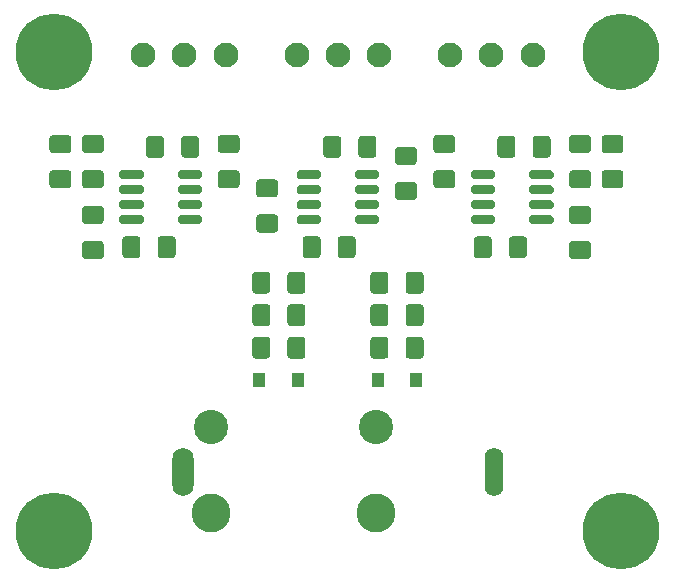
<source format=gbr>
%TF.GenerationSoftware,KiCad,Pcbnew,(5.1.6-0)*%
%TF.CreationDate,2023-05-11T16:08:50-07:00*%
%TF.ProjectId,input_buffer_RCA,696e7075-745f-4627-9566-6665725f5243,rev?*%
%TF.SameCoordinates,Original*%
%TF.FileFunction,Soldermask,Top*%
%TF.FilePolarity,Negative*%
%FSLAX46Y46*%
G04 Gerber Fmt 4.6, Leading zero omitted, Abs format (unit mm)*
G04 Created by KiCad (PCBNEW (5.1.6-0)) date 2023-05-11 16:08:50*
%MOMM*%
%LPD*%
G01*
G04 APERTURE LIST*
%ADD10C,0.900000*%
%ADD11C,6.500000*%
%ADD12R,1.000000X1.300000*%
%ADD13O,1.600000X4.100000*%
%ADD14O,1.800000X4.100000*%
%ADD15C,3.300000*%
%ADD16C,2.900000*%
%ADD17C,2.100000*%
G04 APERTURE END LIST*
D10*
%TO.C,H4*%
X150697056Y-144802944D03*
X149000000Y-144100000D03*
X147302944Y-144802944D03*
X146600000Y-146500000D03*
X147302944Y-148197056D03*
X149000000Y-148900000D03*
X150697056Y-148197056D03*
X151400000Y-146500000D03*
D11*
X149000000Y-146500000D03*
%TD*%
D10*
%TO.C,H3*%
X150697056Y-104302944D03*
X149000000Y-103600000D03*
X147302944Y-104302944D03*
X146600000Y-106000000D03*
X147302944Y-107697056D03*
X149000000Y-108400000D03*
X150697056Y-107697056D03*
X151400000Y-106000000D03*
D11*
X149000000Y-106000000D03*
%TD*%
D10*
%TO.C,H2*%
X102697056Y-144802944D03*
X101000000Y-144100000D03*
X99302944Y-144802944D03*
X98600000Y-146500000D03*
X99302944Y-148197056D03*
X101000000Y-148900000D03*
X102697056Y-148197056D03*
X103400000Y-146500000D03*
D11*
X101000000Y-146500000D03*
%TD*%
D10*
%TO.C,H1*%
X102697056Y-104302944D03*
X101000000Y-103600000D03*
X99302944Y-104302944D03*
X98600000Y-106000000D03*
X99302944Y-107697056D03*
X101000000Y-108400000D03*
X102697056Y-107697056D03*
X103400000Y-106000000D03*
D11*
X101000000Y-106000000D03*
%TD*%
D12*
%TO.C,D2*%
X131650000Y-133750000D03*
X128350000Y-133750000D03*
%TD*%
%TO.C,D1*%
X118350000Y-133750000D03*
X121650000Y-133750000D03*
%TD*%
D13*
%TO.C,J1*%
X138250000Y-141500000D03*
D14*
X111850000Y-141500000D03*
D15*
X114250000Y-145000000D03*
D16*
X128250000Y-137750000D03*
D15*
X128250000Y-145000000D03*
D16*
X114250000Y-137750000D03*
%TD*%
%TO.C,U3*%
G36*
G01*
X141200000Y-116520000D02*
X141200000Y-116170000D01*
G75*
G02*
X141375000Y-115995000I175000J0D01*
G01*
X143075000Y-115995000D01*
G75*
G02*
X143250000Y-116170000I0J-175000D01*
G01*
X143250000Y-116520000D01*
G75*
G02*
X143075000Y-116695000I-175000J0D01*
G01*
X141375000Y-116695000D01*
G75*
G02*
X141200000Y-116520000I0J175000D01*
G01*
G37*
G36*
G01*
X141200000Y-117790000D02*
X141200000Y-117440000D01*
G75*
G02*
X141375000Y-117265000I175000J0D01*
G01*
X143075000Y-117265000D01*
G75*
G02*
X143250000Y-117440000I0J-175000D01*
G01*
X143250000Y-117790000D01*
G75*
G02*
X143075000Y-117965000I-175000J0D01*
G01*
X141375000Y-117965000D01*
G75*
G02*
X141200000Y-117790000I0J175000D01*
G01*
G37*
G36*
G01*
X141200000Y-119060000D02*
X141200000Y-118710000D01*
G75*
G02*
X141375000Y-118535000I175000J0D01*
G01*
X143075000Y-118535000D01*
G75*
G02*
X143250000Y-118710000I0J-175000D01*
G01*
X143250000Y-119060000D01*
G75*
G02*
X143075000Y-119235000I-175000J0D01*
G01*
X141375000Y-119235000D01*
G75*
G02*
X141200000Y-119060000I0J175000D01*
G01*
G37*
G36*
G01*
X141200000Y-120330000D02*
X141200000Y-119980000D01*
G75*
G02*
X141375000Y-119805000I175000J0D01*
G01*
X143075000Y-119805000D01*
G75*
G02*
X143250000Y-119980000I0J-175000D01*
G01*
X143250000Y-120330000D01*
G75*
G02*
X143075000Y-120505000I-175000J0D01*
G01*
X141375000Y-120505000D01*
G75*
G02*
X141200000Y-120330000I0J175000D01*
G01*
G37*
G36*
G01*
X136250000Y-120330000D02*
X136250000Y-119980000D01*
G75*
G02*
X136425000Y-119805000I175000J0D01*
G01*
X138125000Y-119805000D01*
G75*
G02*
X138300000Y-119980000I0J-175000D01*
G01*
X138300000Y-120330000D01*
G75*
G02*
X138125000Y-120505000I-175000J0D01*
G01*
X136425000Y-120505000D01*
G75*
G02*
X136250000Y-120330000I0J175000D01*
G01*
G37*
G36*
G01*
X136250000Y-119060000D02*
X136250000Y-118710000D01*
G75*
G02*
X136425000Y-118535000I175000J0D01*
G01*
X138125000Y-118535000D01*
G75*
G02*
X138300000Y-118710000I0J-175000D01*
G01*
X138300000Y-119060000D01*
G75*
G02*
X138125000Y-119235000I-175000J0D01*
G01*
X136425000Y-119235000D01*
G75*
G02*
X136250000Y-119060000I0J175000D01*
G01*
G37*
G36*
G01*
X136250000Y-117790000D02*
X136250000Y-117440000D01*
G75*
G02*
X136425000Y-117265000I175000J0D01*
G01*
X138125000Y-117265000D01*
G75*
G02*
X138300000Y-117440000I0J-175000D01*
G01*
X138300000Y-117790000D01*
G75*
G02*
X138125000Y-117965000I-175000J0D01*
G01*
X136425000Y-117965000D01*
G75*
G02*
X136250000Y-117790000I0J175000D01*
G01*
G37*
G36*
G01*
X136250000Y-116520000D02*
X136250000Y-116170000D01*
G75*
G02*
X136425000Y-115995000I175000J0D01*
G01*
X138125000Y-115995000D01*
G75*
G02*
X138300000Y-116170000I0J-175000D01*
G01*
X138300000Y-116520000D01*
G75*
G02*
X138125000Y-116695000I-175000J0D01*
G01*
X136425000Y-116695000D01*
G75*
G02*
X136250000Y-116520000I0J175000D01*
G01*
G37*
%TD*%
%TO.C,U2*%
G36*
G01*
X111450000Y-116520000D02*
X111450000Y-116170000D01*
G75*
G02*
X111625000Y-115995000I175000J0D01*
G01*
X113325000Y-115995000D01*
G75*
G02*
X113500000Y-116170000I0J-175000D01*
G01*
X113500000Y-116520000D01*
G75*
G02*
X113325000Y-116695000I-175000J0D01*
G01*
X111625000Y-116695000D01*
G75*
G02*
X111450000Y-116520000I0J175000D01*
G01*
G37*
G36*
G01*
X111450000Y-117790000D02*
X111450000Y-117440000D01*
G75*
G02*
X111625000Y-117265000I175000J0D01*
G01*
X113325000Y-117265000D01*
G75*
G02*
X113500000Y-117440000I0J-175000D01*
G01*
X113500000Y-117790000D01*
G75*
G02*
X113325000Y-117965000I-175000J0D01*
G01*
X111625000Y-117965000D01*
G75*
G02*
X111450000Y-117790000I0J175000D01*
G01*
G37*
G36*
G01*
X111450000Y-119060000D02*
X111450000Y-118710000D01*
G75*
G02*
X111625000Y-118535000I175000J0D01*
G01*
X113325000Y-118535000D01*
G75*
G02*
X113500000Y-118710000I0J-175000D01*
G01*
X113500000Y-119060000D01*
G75*
G02*
X113325000Y-119235000I-175000J0D01*
G01*
X111625000Y-119235000D01*
G75*
G02*
X111450000Y-119060000I0J175000D01*
G01*
G37*
G36*
G01*
X111450000Y-120330000D02*
X111450000Y-119980000D01*
G75*
G02*
X111625000Y-119805000I175000J0D01*
G01*
X113325000Y-119805000D01*
G75*
G02*
X113500000Y-119980000I0J-175000D01*
G01*
X113500000Y-120330000D01*
G75*
G02*
X113325000Y-120505000I-175000J0D01*
G01*
X111625000Y-120505000D01*
G75*
G02*
X111450000Y-120330000I0J175000D01*
G01*
G37*
G36*
G01*
X106500000Y-120330000D02*
X106500000Y-119980000D01*
G75*
G02*
X106675000Y-119805000I175000J0D01*
G01*
X108375000Y-119805000D01*
G75*
G02*
X108550000Y-119980000I0J-175000D01*
G01*
X108550000Y-120330000D01*
G75*
G02*
X108375000Y-120505000I-175000J0D01*
G01*
X106675000Y-120505000D01*
G75*
G02*
X106500000Y-120330000I0J175000D01*
G01*
G37*
G36*
G01*
X106500000Y-119060000D02*
X106500000Y-118710000D01*
G75*
G02*
X106675000Y-118535000I175000J0D01*
G01*
X108375000Y-118535000D01*
G75*
G02*
X108550000Y-118710000I0J-175000D01*
G01*
X108550000Y-119060000D01*
G75*
G02*
X108375000Y-119235000I-175000J0D01*
G01*
X106675000Y-119235000D01*
G75*
G02*
X106500000Y-119060000I0J175000D01*
G01*
G37*
G36*
G01*
X106500000Y-117790000D02*
X106500000Y-117440000D01*
G75*
G02*
X106675000Y-117265000I175000J0D01*
G01*
X108375000Y-117265000D01*
G75*
G02*
X108550000Y-117440000I0J-175000D01*
G01*
X108550000Y-117790000D01*
G75*
G02*
X108375000Y-117965000I-175000J0D01*
G01*
X106675000Y-117965000D01*
G75*
G02*
X106500000Y-117790000I0J175000D01*
G01*
G37*
G36*
G01*
X106500000Y-116520000D02*
X106500000Y-116170000D01*
G75*
G02*
X106675000Y-115995000I175000J0D01*
G01*
X108375000Y-115995000D01*
G75*
G02*
X108550000Y-116170000I0J-175000D01*
G01*
X108550000Y-116520000D01*
G75*
G02*
X108375000Y-116695000I-175000J0D01*
G01*
X106675000Y-116695000D01*
G75*
G02*
X106500000Y-116520000I0J175000D01*
G01*
G37*
%TD*%
%TO.C,U1*%
G36*
G01*
X126450000Y-116520000D02*
X126450000Y-116170000D01*
G75*
G02*
X126625000Y-115995000I175000J0D01*
G01*
X128325000Y-115995000D01*
G75*
G02*
X128500000Y-116170000I0J-175000D01*
G01*
X128500000Y-116520000D01*
G75*
G02*
X128325000Y-116695000I-175000J0D01*
G01*
X126625000Y-116695000D01*
G75*
G02*
X126450000Y-116520000I0J175000D01*
G01*
G37*
G36*
G01*
X126450000Y-117790000D02*
X126450000Y-117440000D01*
G75*
G02*
X126625000Y-117265000I175000J0D01*
G01*
X128325000Y-117265000D01*
G75*
G02*
X128500000Y-117440000I0J-175000D01*
G01*
X128500000Y-117790000D01*
G75*
G02*
X128325000Y-117965000I-175000J0D01*
G01*
X126625000Y-117965000D01*
G75*
G02*
X126450000Y-117790000I0J175000D01*
G01*
G37*
G36*
G01*
X126450000Y-119060000D02*
X126450000Y-118710000D01*
G75*
G02*
X126625000Y-118535000I175000J0D01*
G01*
X128325000Y-118535000D01*
G75*
G02*
X128500000Y-118710000I0J-175000D01*
G01*
X128500000Y-119060000D01*
G75*
G02*
X128325000Y-119235000I-175000J0D01*
G01*
X126625000Y-119235000D01*
G75*
G02*
X126450000Y-119060000I0J175000D01*
G01*
G37*
G36*
G01*
X126450000Y-120330000D02*
X126450000Y-119980000D01*
G75*
G02*
X126625000Y-119805000I175000J0D01*
G01*
X128325000Y-119805000D01*
G75*
G02*
X128500000Y-119980000I0J-175000D01*
G01*
X128500000Y-120330000D01*
G75*
G02*
X128325000Y-120505000I-175000J0D01*
G01*
X126625000Y-120505000D01*
G75*
G02*
X126450000Y-120330000I0J175000D01*
G01*
G37*
G36*
G01*
X121500000Y-120330000D02*
X121500000Y-119980000D01*
G75*
G02*
X121675000Y-119805000I175000J0D01*
G01*
X123375000Y-119805000D01*
G75*
G02*
X123550000Y-119980000I0J-175000D01*
G01*
X123550000Y-120330000D01*
G75*
G02*
X123375000Y-120505000I-175000J0D01*
G01*
X121675000Y-120505000D01*
G75*
G02*
X121500000Y-120330000I0J175000D01*
G01*
G37*
G36*
G01*
X121500000Y-119060000D02*
X121500000Y-118710000D01*
G75*
G02*
X121675000Y-118535000I175000J0D01*
G01*
X123375000Y-118535000D01*
G75*
G02*
X123550000Y-118710000I0J-175000D01*
G01*
X123550000Y-119060000D01*
G75*
G02*
X123375000Y-119235000I-175000J0D01*
G01*
X121675000Y-119235000D01*
G75*
G02*
X121500000Y-119060000I0J175000D01*
G01*
G37*
G36*
G01*
X121500000Y-117790000D02*
X121500000Y-117440000D01*
G75*
G02*
X121675000Y-117265000I175000J0D01*
G01*
X123375000Y-117265000D01*
G75*
G02*
X123550000Y-117440000I0J-175000D01*
G01*
X123550000Y-117790000D01*
G75*
G02*
X123375000Y-117965000I-175000J0D01*
G01*
X121675000Y-117965000D01*
G75*
G02*
X121500000Y-117790000I0J175000D01*
G01*
G37*
G36*
G01*
X121500000Y-116520000D02*
X121500000Y-116170000D01*
G75*
G02*
X121675000Y-115995000I175000J0D01*
G01*
X123375000Y-115995000D01*
G75*
G02*
X123550000Y-116170000I0J-175000D01*
G01*
X123550000Y-116520000D01*
G75*
G02*
X123375000Y-116695000I-175000J0D01*
G01*
X121675000Y-116695000D01*
G75*
G02*
X121500000Y-116520000I0J175000D01*
G01*
G37*
%TD*%
%TO.C,R14*%
G36*
G01*
X147592544Y-115975000D02*
X148907456Y-115975000D01*
G75*
G02*
X149175000Y-116242544I0J-267544D01*
G01*
X149175000Y-117232456D01*
G75*
G02*
X148907456Y-117500000I-267544J0D01*
G01*
X147592544Y-117500000D01*
G75*
G02*
X147325000Y-117232456I0J267544D01*
G01*
X147325000Y-116242544D01*
G75*
G02*
X147592544Y-115975000I267544J0D01*
G01*
G37*
G36*
G01*
X147592544Y-113000000D02*
X148907456Y-113000000D01*
G75*
G02*
X149175000Y-113267544I0J-267544D01*
G01*
X149175000Y-114257456D01*
G75*
G02*
X148907456Y-114525000I-267544J0D01*
G01*
X147592544Y-114525000D01*
G75*
G02*
X147325000Y-114257456I0J267544D01*
G01*
X147325000Y-113267544D01*
G75*
G02*
X147592544Y-113000000I267544J0D01*
G01*
G37*
%TD*%
%TO.C,R13*%
G36*
G01*
X133342544Y-115975000D02*
X134657456Y-115975000D01*
G75*
G02*
X134925000Y-116242544I0J-267544D01*
G01*
X134925000Y-117232456D01*
G75*
G02*
X134657456Y-117500000I-267544J0D01*
G01*
X133342544Y-117500000D01*
G75*
G02*
X133075000Y-117232456I0J267544D01*
G01*
X133075000Y-116242544D01*
G75*
G02*
X133342544Y-115975000I267544J0D01*
G01*
G37*
G36*
G01*
X133342544Y-113000000D02*
X134657456Y-113000000D01*
G75*
G02*
X134925000Y-113267544I0J-267544D01*
G01*
X134925000Y-114257456D01*
G75*
G02*
X134657456Y-114525000I-267544J0D01*
G01*
X133342544Y-114525000D01*
G75*
G02*
X133075000Y-114257456I0J267544D01*
G01*
X133075000Y-113267544D01*
G75*
G02*
X133342544Y-113000000I267544J0D01*
G01*
G37*
%TD*%
%TO.C,R12*%
G36*
G01*
X115092544Y-115975000D02*
X116407456Y-115975000D01*
G75*
G02*
X116675000Y-116242544I0J-267544D01*
G01*
X116675000Y-117232456D01*
G75*
G02*
X116407456Y-117500000I-267544J0D01*
G01*
X115092544Y-117500000D01*
G75*
G02*
X114825000Y-117232456I0J267544D01*
G01*
X114825000Y-116242544D01*
G75*
G02*
X115092544Y-115975000I267544J0D01*
G01*
G37*
G36*
G01*
X115092544Y-113000000D02*
X116407456Y-113000000D01*
G75*
G02*
X116675000Y-113267544I0J-267544D01*
G01*
X116675000Y-114257456D01*
G75*
G02*
X116407456Y-114525000I-267544J0D01*
G01*
X115092544Y-114525000D01*
G75*
G02*
X114825000Y-114257456I0J267544D01*
G01*
X114825000Y-113267544D01*
G75*
G02*
X115092544Y-113000000I267544J0D01*
G01*
G37*
%TD*%
%TO.C,R11*%
G36*
G01*
X100842544Y-115975000D02*
X102157456Y-115975000D01*
G75*
G02*
X102425000Y-116242544I0J-267544D01*
G01*
X102425000Y-117232456D01*
G75*
G02*
X102157456Y-117500000I-267544J0D01*
G01*
X100842544Y-117500000D01*
G75*
G02*
X100575000Y-117232456I0J267544D01*
G01*
X100575000Y-116242544D01*
G75*
G02*
X100842544Y-115975000I267544J0D01*
G01*
G37*
G36*
G01*
X100842544Y-113000000D02*
X102157456Y-113000000D01*
G75*
G02*
X102425000Y-113267544I0J-267544D01*
G01*
X102425000Y-114257456D01*
G75*
G02*
X102157456Y-114525000I-267544J0D01*
G01*
X100842544Y-114525000D01*
G75*
G02*
X100575000Y-114257456I0J267544D01*
G01*
X100575000Y-113267544D01*
G75*
G02*
X100842544Y-113000000I267544J0D01*
G01*
G37*
%TD*%
%TO.C,R10*%
G36*
G01*
X144842544Y-115975000D02*
X146157456Y-115975000D01*
G75*
G02*
X146425000Y-116242544I0J-267544D01*
G01*
X146425000Y-117232456D01*
G75*
G02*
X146157456Y-117500000I-267544J0D01*
G01*
X144842544Y-117500000D01*
G75*
G02*
X144575000Y-117232456I0J267544D01*
G01*
X144575000Y-116242544D01*
G75*
G02*
X144842544Y-115975000I267544J0D01*
G01*
G37*
G36*
G01*
X144842544Y-113000000D02*
X146157456Y-113000000D01*
G75*
G02*
X146425000Y-113267544I0J-267544D01*
G01*
X146425000Y-114257456D01*
G75*
G02*
X146157456Y-114525000I-267544J0D01*
G01*
X144842544Y-114525000D01*
G75*
G02*
X144575000Y-114257456I0J267544D01*
G01*
X144575000Y-113267544D01*
G75*
G02*
X144842544Y-113000000I267544J0D01*
G01*
G37*
%TD*%
%TO.C,R9*%
G36*
G01*
X103592544Y-115975000D02*
X104907456Y-115975000D01*
G75*
G02*
X105175000Y-116242544I0J-267544D01*
G01*
X105175000Y-117232456D01*
G75*
G02*
X104907456Y-117500000I-267544J0D01*
G01*
X103592544Y-117500000D01*
G75*
G02*
X103325000Y-117232456I0J267544D01*
G01*
X103325000Y-116242544D01*
G75*
G02*
X103592544Y-115975000I267544J0D01*
G01*
G37*
G36*
G01*
X103592544Y-113000000D02*
X104907456Y-113000000D01*
G75*
G02*
X105175000Y-113267544I0J-267544D01*
G01*
X105175000Y-114257456D01*
G75*
G02*
X104907456Y-114525000I-267544J0D01*
G01*
X103592544Y-114525000D01*
G75*
G02*
X103325000Y-114257456I0J267544D01*
G01*
X103325000Y-113267544D01*
G75*
G02*
X103592544Y-113000000I267544J0D01*
G01*
G37*
%TD*%
%TO.C,R8*%
G36*
G01*
X146157456Y-120525000D02*
X144842544Y-120525000D01*
G75*
G02*
X144575000Y-120257456I0J267544D01*
G01*
X144575000Y-119267544D01*
G75*
G02*
X144842544Y-119000000I267544J0D01*
G01*
X146157456Y-119000000D01*
G75*
G02*
X146425000Y-119267544I0J-267544D01*
G01*
X146425000Y-120257456D01*
G75*
G02*
X146157456Y-120525000I-267544J0D01*
G01*
G37*
G36*
G01*
X146157456Y-123500000D02*
X144842544Y-123500000D01*
G75*
G02*
X144575000Y-123232456I0J267544D01*
G01*
X144575000Y-122242544D01*
G75*
G02*
X144842544Y-121975000I267544J0D01*
G01*
X146157456Y-121975000D01*
G75*
G02*
X146425000Y-122242544I0J-267544D01*
G01*
X146425000Y-123232456D01*
G75*
G02*
X146157456Y-123500000I-267544J0D01*
G01*
G37*
%TD*%
%TO.C,R7*%
G36*
G01*
X104907456Y-120525000D02*
X103592544Y-120525000D01*
G75*
G02*
X103325000Y-120257456I0J267544D01*
G01*
X103325000Y-119267544D01*
G75*
G02*
X103592544Y-119000000I267544J0D01*
G01*
X104907456Y-119000000D01*
G75*
G02*
X105175000Y-119267544I0J-267544D01*
G01*
X105175000Y-120257456D01*
G75*
G02*
X104907456Y-120525000I-267544J0D01*
G01*
G37*
G36*
G01*
X104907456Y-123500000D02*
X103592544Y-123500000D01*
G75*
G02*
X103325000Y-123232456I0J267544D01*
G01*
X103325000Y-122242544D01*
G75*
G02*
X103592544Y-121975000I267544J0D01*
G01*
X104907456Y-121975000D01*
G75*
G02*
X105175000Y-122242544I0J-267544D01*
G01*
X105175000Y-123232456D01*
G75*
G02*
X104907456Y-123500000I-267544J0D01*
G01*
G37*
%TD*%
%TO.C,R6*%
G36*
G01*
X130092544Y-116975000D02*
X131407456Y-116975000D01*
G75*
G02*
X131675000Y-117242544I0J-267544D01*
G01*
X131675000Y-118232456D01*
G75*
G02*
X131407456Y-118500000I-267544J0D01*
G01*
X130092544Y-118500000D01*
G75*
G02*
X129825000Y-118232456I0J267544D01*
G01*
X129825000Y-117242544D01*
G75*
G02*
X130092544Y-116975000I267544J0D01*
G01*
G37*
G36*
G01*
X130092544Y-114000000D02*
X131407456Y-114000000D01*
G75*
G02*
X131675000Y-114267544I0J-267544D01*
G01*
X131675000Y-115257456D01*
G75*
G02*
X131407456Y-115525000I-267544J0D01*
G01*
X130092544Y-115525000D01*
G75*
G02*
X129825000Y-115257456I0J267544D01*
G01*
X129825000Y-114267544D01*
G75*
G02*
X130092544Y-114000000I267544J0D01*
G01*
G37*
%TD*%
%TO.C,R5*%
G36*
G01*
X119657456Y-118275000D02*
X118342544Y-118275000D01*
G75*
G02*
X118075000Y-118007456I0J267544D01*
G01*
X118075000Y-117017544D01*
G75*
G02*
X118342544Y-116750000I267544J0D01*
G01*
X119657456Y-116750000D01*
G75*
G02*
X119925000Y-117017544I0J-267544D01*
G01*
X119925000Y-118007456D01*
G75*
G02*
X119657456Y-118275000I-267544J0D01*
G01*
G37*
G36*
G01*
X119657456Y-121250000D02*
X118342544Y-121250000D01*
G75*
G02*
X118075000Y-120982456I0J267544D01*
G01*
X118075000Y-119992544D01*
G75*
G02*
X118342544Y-119725000I267544J0D01*
G01*
X119657456Y-119725000D01*
G75*
G02*
X119925000Y-119992544I0J-267544D01*
G01*
X119925000Y-120982456D01*
G75*
G02*
X119657456Y-121250000I-267544J0D01*
G01*
G37*
%TD*%
%TO.C,R4*%
G36*
G01*
X129275000Y-124842544D02*
X129275000Y-126157456D01*
G75*
G02*
X129007456Y-126425000I-267544J0D01*
G01*
X128017544Y-126425000D01*
G75*
G02*
X127750000Y-126157456I0J267544D01*
G01*
X127750000Y-124842544D01*
G75*
G02*
X128017544Y-124575000I267544J0D01*
G01*
X129007456Y-124575000D01*
G75*
G02*
X129275000Y-124842544I0J-267544D01*
G01*
G37*
G36*
G01*
X132250000Y-124842544D02*
X132250000Y-126157456D01*
G75*
G02*
X131982456Y-126425000I-267544J0D01*
G01*
X130992544Y-126425000D01*
G75*
G02*
X130725000Y-126157456I0J267544D01*
G01*
X130725000Y-124842544D01*
G75*
G02*
X130992544Y-124575000I267544J0D01*
G01*
X131982456Y-124575000D01*
G75*
G02*
X132250000Y-124842544I0J-267544D01*
G01*
G37*
%TD*%
%TO.C,R3*%
G36*
G01*
X120725000Y-126157456D02*
X120725000Y-124842544D01*
G75*
G02*
X120992544Y-124575000I267544J0D01*
G01*
X121982456Y-124575000D01*
G75*
G02*
X122250000Y-124842544I0J-267544D01*
G01*
X122250000Y-126157456D01*
G75*
G02*
X121982456Y-126425000I-267544J0D01*
G01*
X120992544Y-126425000D01*
G75*
G02*
X120725000Y-126157456I0J267544D01*
G01*
G37*
G36*
G01*
X117750000Y-126157456D02*
X117750000Y-124842544D01*
G75*
G02*
X118017544Y-124575000I267544J0D01*
G01*
X119007456Y-124575000D01*
G75*
G02*
X119275000Y-124842544I0J-267544D01*
G01*
X119275000Y-126157456D01*
G75*
G02*
X119007456Y-126425000I-267544J0D01*
G01*
X118017544Y-126425000D01*
G75*
G02*
X117750000Y-126157456I0J267544D01*
G01*
G37*
%TD*%
%TO.C,R2*%
G36*
G01*
X130725000Y-131657456D02*
X130725000Y-130342544D01*
G75*
G02*
X130992544Y-130075000I267544J0D01*
G01*
X131982456Y-130075000D01*
G75*
G02*
X132250000Y-130342544I0J-267544D01*
G01*
X132250000Y-131657456D01*
G75*
G02*
X131982456Y-131925000I-267544J0D01*
G01*
X130992544Y-131925000D01*
G75*
G02*
X130725000Y-131657456I0J267544D01*
G01*
G37*
G36*
G01*
X127750000Y-131657456D02*
X127750000Y-130342544D01*
G75*
G02*
X128017544Y-130075000I267544J0D01*
G01*
X129007456Y-130075000D01*
G75*
G02*
X129275000Y-130342544I0J-267544D01*
G01*
X129275000Y-131657456D01*
G75*
G02*
X129007456Y-131925000I-267544J0D01*
G01*
X128017544Y-131925000D01*
G75*
G02*
X127750000Y-131657456I0J267544D01*
G01*
G37*
%TD*%
%TO.C,R1*%
G36*
G01*
X119275000Y-130342544D02*
X119275000Y-131657456D01*
G75*
G02*
X119007456Y-131925000I-267544J0D01*
G01*
X118017544Y-131925000D01*
G75*
G02*
X117750000Y-131657456I0J267544D01*
G01*
X117750000Y-130342544D01*
G75*
G02*
X118017544Y-130075000I267544J0D01*
G01*
X119007456Y-130075000D01*
G75*
G02*
X119275000Y-130342544I0J-267544D01*
G01*
G37*
G36*
G01*
X122250000Y-130342544D02*
X122250000Y-131657456D01*
G75*
G02*
X121982456Y-131925000I-267544J0D01*
G01*
X120992544Y-131925000D01*
G75*
G02*
X120725000Y-131657456I0J267544D01*
G01*
X120725000Y-130342544D01*
G75*
G02*
X120992544Y-130075000I267544J0D01*
G01*
X121982456Y-130075000D01*
G75*
G02*
X122250000Y-130342544I0J-267544D01*
G01*
G37*
%TD*%
D17*
%TO.C,J4*%
X121500000Y-106250000D03*
X125000000Y-106250000D03*
X128500000Y-106250000D03*
%TD*%
%TO.C,J3*%
X134500000Y-106250000D03*
X138000000Y-106250000D03*
X141500000Y-106250000D03*
%TD*%
%TO.C,J2*%
X108500000Y-106250000D03*
X112000000Y-106250000D03*
X115500000Y-106250000D03*
%TD*%
%TO.C,C8*%
G36*
G01*
X139475000Y-123157456D02*
X139475000Y-121842544D01*
G75*
G02*
X139742544Y-121575000I267544J0D01*
G01*
X140732456Y-121575000D01*
G75*
G02*
X141000000Y-121842544I0J-267544D01*
G01*
X141000000Y-123157456D01*
G75*
G02*
X140732456Y-123425000I-267544J0D01*
G01*
X139742544Y-123425000D01*
G75*
G02*
X139475000Y-123157456I0J267544D01*
G01*
G37*
G36*
G01*
X136500000Y-123157456D02*
X136500000Y-121842544D01*
G75*
G02*
X136767544Y-121575000I267544J0D01*
G01*
X137757456Y-121575000D01*
G75*
G02*
X138025000Y-121842544I0J-267544D01*
G01*
X138025000Y-123157456D01*
G75*
G02*
X137757456Y-123425000I-267544J0D01*
G01*
X136767544Y-123425000D01*
G75*
G02*
X136500000Y-123157456I0J267544D01*
G01*
G37*
%TD*%
%TO.C,C7*%
G36*
G01*
X109725000Y-123157456D02*
X109725000Y-121842544D01*
G75*
G02*
X109992544Y-121575000I267544J0D01*
G01*
X110982456Y-121575000D01*
G75*
G02*
X111250000Y-121842544I0J-267544D01*
G01*
X111250000Y-123157456D01*
G75*
G02*
X110982456Y-123425000I-267544J0D01*
G01*
X109992544Y-123425000D01*
G75*
G02*
X109725000Y-123157456I0J267544D01*
G01*
G37*
G36*
G01*
X106750000Y-123157456D02*
X106750000Y-121842544D01*
G75*
G02*
X107017544Y-121575000I267544J0D01*
G01*
X108007456Y-121575000D01*
G75*
G02*
X108275000Y-121842544I0J-267544D01*
G01*
X108275000Y-123157456D01*
G75*
G02*
X108007456Y-123425000I-267544J0D01*
G01*
X107017544Y-123425000D01*
G75*
G02*
X106750000Y-123157456I0J267544D01*
G01*
G37*
%TD*%
%TO.C,C6*%
G36*
G01*
X124975000Y-123157456D02*
X124975000Y-121842544D01*
G75*
G02*
X125242544Y-121575000I267544J0D01*
G01*
X126232456Y-121575000D01*
G75*
G02*
X126500000Y-121842544I0J-267544D01*
G01*
X126500000Y-123157456D01*
G75*
G02*
X126232456Y-123425000I-267544J0D01*
G01*
X125242544Y-123425000D01*
G75*
G02*
X124975000Y-123157456I0J267544D01*
G01*
G37*
G36*
G01*
X122000000Y-123157456D02*
X122000000Y-121842544D01*
G75*
G02*
X122267544Y-121575000I267544J0D01*
G01*
X123257456Y-121575000D01*
G75*
G02*
X123525000Y-121842544I0J-267544D01*
G01*
X123525000Y-123157456D01*
G75*
G02*
X123257456Y-123425000I-267544J0D01*
G01*
X122267544Y-123425000D01*
G75*
G02*
X122000000Y-123157456I0J267544D01*
G01*
G37*
%TD*%
%TO.C,C5*%
G36*
G01*
X111725000Y-114657456D02*
X111725000Y-113342544D01*
G75*
G02*
X111992544Y-113075000I267544J0D01*
G01*
X112982456Y-113075000D01*
G75*
G02*
X113250000Y-113342544I0J-267544D01*
G01*
X113250000Y-114657456D01*
G75*
G02*
X112982456Y-114925000I-267544J0D01*
G01*
X111992544Y-114925000D01*
G75*
G02*
X111725000Y-114657456I0J267544D01*
G01*
G37*
G36*
G01*
X108750000Y-114657456D02*
X108750000Y-113342544D01*
G75*
G02*
X109017544Y-113075000I267544J0D01*
G01*
X110007456Y-113075000D01*
G75*
G02*
X110275000Y-113342544I0J-267544D01*
G01*
X110275000Y-114657456D01*
G75*
G02*
X110007456Y-114925000I-267544J0D01*
G01*
X109017544Y-114925000D01*
G75*
G02*
X108750000Y-114657456I0J267544D01*
G01*
G37*
%TD*%
%TO.C,C4*%
G36*
G01*
X141475000Y-114657456D02*
X141475000Y-113342544D01*
G75*
G02*
X141742544Y-113075000I267544J0D01*
G01*
X142732456Y-113075000D01*
G75*
G02*
X143000000Y-113342544I0J-267544D01*
G01*
X143000000Y-114657456D01*
G75*
G02*
X142732456Y-114925000I-267544J0D01*
G01*
X141742544Y-114925000D01*
G75*
G02*
X141475000Y-114657456I0J267544D01*
G01*
G37*
G36*
G01*
X138500000Y-114657456D02*
X138500000Y-113342544D01*
G75*
G02*
X138767544Y-113075000I267544J0D01*
G01*
X139757456Y-113075000D01*
G75*
G02*
X140025000Y-113342544I0J-267544D01*
G01*
X140025000Y-114657456D01*
G75*
G02*
X139757456Y-114925000I-267544J0D01*
G01*
X138767544Y-114925000D01*
G75*
G02*
X138500000Y-114657456I0J267544D01*
G01*
G37*
%TD*%
%TO.C,C3*%
G36*
G01*
X126725000Y-114657456D02*
X126725000Y-113342544D01*
G75*
G02*
X126992544Y-113075000I267544J0D01*
G01*
X127982456Y-113075000D01*
G75*
G02*
X128250000Y-113342544I0J-267544D01*
G01*
X128250000Y-114657456D01*
G75*
G02*
X127982456Y-114925000I-267544J0D01*
G01*
X126992544Y-114925000D01*
G75*
G02*
X126725000Y-114657456I0J267544D01*
G01*
G37*
G36*
G01*
X123750000Y-114657456D02*
X123750000Y-113342544D01*
G75*
G02*
X124017544Y-113075000I267544J0D01*
G01*
X125007456Y-113075000D01*
G75*
G02*
X125275000Y-113342544I0J-267544D01*
G01*
X125275000Y-114657456D01*
G75*
G02*
X125007456Y-114925000I-267544J0D01*
G01*
X124017544Y-114925000D01*
G75*
G02*
X123750000Y-114657456I0J267544D01*
G01*
G37*
%TD*%
%TO.C,C2*%
G36*
G01*
X129275000Y-127592544D02*
X129275000Y-128907456D01*
G75*
G02*
X129007456Y-129175000I-267544J0D01*
G01*
X128017544Y-129175000D01*
G75*
G02*
X127750000Y-128907456I0J267544D01*
G01*
X127750000Y-127592544D01*
G75*
G02*
X128017544Y-127325000I267544J0D01*
G01*
X129007456Y-127325000D01*
G75*
G02*
X129275000Y-127592544I0J-267544D01*
G01*
G37*
G36*
G01*
X132250000Y-127592544D02*
X132250000Y-128907456D01*
G75*
G02*
X131982456Y-129175000I-267544J0D01*
G01*
X130992544Y-129175000D01*
G75*
G02*
X130725000Y-128907456I0J267544D01*
G01*
X130725000Y-127592544D01*
G75*
G02*
X130992544Y-127325000I267544J0D01*
G01*
X131982456Y-127325000D01*
G75*
G02*
X132250000Y-127592544I0J-267544D01*
G01*
G37*
%TD*%
%TO.C,C1*%
G36*
G01*
X120725000Y-128907456D02*
X120725000Y-127592544D01*
G75*
G02*
X120992544Y-127325000I267544J0D01*
G01*
X121982456Y-127325000D01*
G75*
G02*
X122250000Y-127592544I0J-267544D01*
G01*
X122250000Y-128907456D01*
G75*
G02*
X121982456Y-129175000I-267544J0D01*
G01*
X120992544Y-129175000D01*
G75*
G02*
X120725000Y-128907456I0J267544D01*
G01*
G37*
G36*
G01*
X117750000Y-128907456D02*
X117750000Y-127592544D01*
G75*
G02*
X118017544Y-127325000I267544J0D01*
G01*
X119007456Y-127325000D01*
G75*
G02*
X119275000Y-127592544I0J-267544D01*
G01*
X119275000Y-128907456D01*
G75*
G02*
X119007456Y-129175000I-267544J0D01*
G01*
X118017544Y-129175000D01*
G75*
G02*
X117750000Y-128907456I0J267544D01*
G01*
G37*
%TD*%
M02*

</source>
